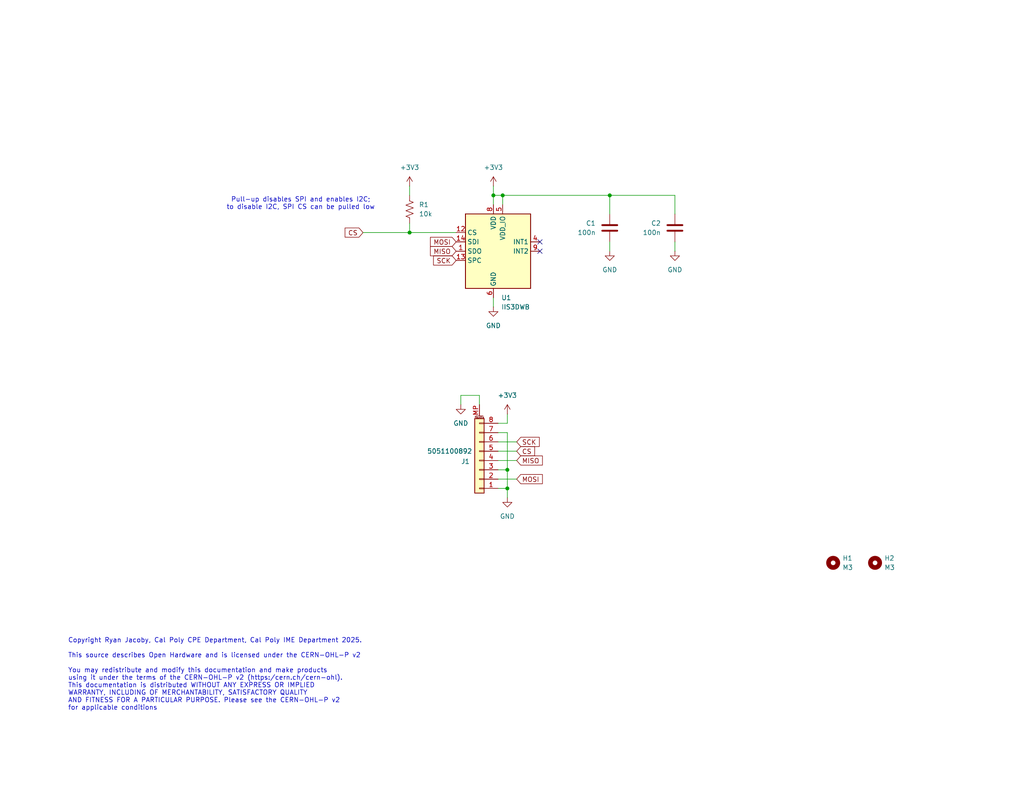
<source format=kicad_sch>
(kicad_sch (version 20250114) (generator "eeschema") (generator_version "9.0")
  (paper "USLetter")
  (title_block (title "IIS3DWB Vibration Sensor Breakout") (date "2025-03-06") (rev "Beta") (company "Haas Hooligans") (comment 1 "Ryan Jacoby"))
  (lib_symbols
    (symbol "Connector_Generic_MountingPin:Conn_01x08_MountingPin" (pin_names (offset 1.016) (hide yes))
      (property "Reference" "J" (at 0 10.16 0))
      (property "Value" "Conn_01x08_MountingPin" (at 1.27 -12.7 0))
      (symbol "Conn_01x08_MountingPin_1_1"
        (rectangle (start -1.27 8.89) (end 1.27 -11.43) (stroke (width 0.254)) (fill (type background)))
        (rectangle (start -1.27 7.747) (end 0 7.493) (stroke (width 0.1524)))
        (rectangle (start -1.27 5.207) (end 0 4.953) (stroke (width 0.1524)))
        (rectangle (start -1.27 2.667) (end 0 2.413) (stroke (width 0.1524)))
        (rectangle (start -1.27 0.127) (end 0 -0.127) (stroke (width 0.1524)))
        (rectangle (start -1.27 -2.413) (end 0 -2.667) (stroke (width 0.1524)))
        (rectangle (start -1.27 -4.953) (end 0 -5.207) (stroke (width 0.1524)))
        (rectangle (start -1.27 -7.493) (end 0 -7.747) (stroke (width 0.1524)))
        (rectangle (start -1.27 -10.033) (end 0 -10.287) (stroke (width 0.1524)))
        (polyline (pts (xy -1.016 -12.192) (xy 1.016 -12.192)) (stroke (width 0.1524)))
        (text "Mounting" (at 0 -11.811 0) (effects (font (size 0.381 0.381))))
        (pin passive line (at -5.08 7.62 0) (length 3.81) (name "Pin_1") (number "1"))
        (pin passive line (at -5.08 5.08 0) (length 3.81) (name "Pin_2") (number "2"))
        (pin passive line (at -5.08 2.54 0) (length 3.81) (name "Pin_3") (number "3"))
        (pin passive line (at -5.08 0 0) (length 3.81) (name "Pin_4") (number "4"))
        (pin passive line (at -5.08 -2.54 0) (length 3.81) (name "Pin_5") (number "5"))
        (pin passive line (at -5.08 -5.08 0) (length 3.81) (name "Pin_6") (number "6"))
        (pin passive line (at -5.08 -7.62 0) (length 3.81) (name "Pin_7") (number "7"))
        (pin passive line (at -5.08 -10.16 0) (length 3.81) (name "Pin_8") (number "8"))
        (pin passive line (at 0 -15.24 90) (length 3.048) (name "MountPin") (number "MP"))
      )
    )
    (symbol "Device:C" (pin_numbers (hide yes)) (pin_names (offset 0.254))
      (property "Reference" "C" (at 0.635 2.54 0))
      (property "Value" "C" (at 0.635 -2.54 0))
      (symbol "C_0_1"
        (polyline (pts (xy -2.032 0.762) (xy 2.032 0.762)) (stroke (width 0.508)))
        (polyline (pts (xy -2.032 -0.762) (xy 2.032 -0.762)) (stroke (width 0.508)))
      )
      (symbol "C_1_1"
        (pin passive line (at 0 3.81 270) (length 2.794) (name "~") (number "1"))
        (pin passive line (at 0 -3.81 90) (length 2.794) (name "~") (number "2"))
      )
    )
    (symbol "Device:R_US" (pin_numbers (hide yes)) (pin_names (offset 0))
      (property "Reference" "R" (at 2.54 0 90))
      (property "Value" "R_US" (at -2.54 0 90))
      (symbol "R_US_0_1"
        (polyline (pts (xy 0 2.286) (xy 0 2.54)))
        (polyline (pts (xy 0 2.286) (xy 1.016 1.905) (xy 0 1.524) (xy -1.016 1.143) (xy 0 0.762)))
        (polyline (pts (xy 0 0.762) (xy 1.016 0.381) (xy 0 0) (xy -1.016 -0.381) (xy 0 -0.762)))
        (polyline (pts (xy 0 -0.762) (xy 1.016 -1.143) (xy 0 -1.524) (xy -1.016 -1.905) (xy 0 -2.286)))
        (polyline (pts (xy 0 -2.286) (xy 0 -2.54)))
      )
      (symbol "R_US_1_1"
        (pin passive line (at 0 3.81 270) (length 1.27) (name "~") (number "1"))
        (pin passive line (at 0 -3.81 90) (length 1.27) (name "~") (number "2"))
      )
    )
    (symbol "Mechanical:MountingHole" (pin_names (offset 1.016)) (exclude_from_sim yes) (in_bom no)
      (property "Reference" "H" (at 0 5.08 0))
      (property "Value" "MountingHole" (at 0 3.175 0))
      (symbol "MountingHole_0_1"
        (circle (center 0 0) (radius 1.27) (stroke (width 1.27)))
      )
    )
    (symbol "Sensor_Motion:IIS3DWB"
      (property "Reference" "U" (at 10.16 -12.7 0))
      (property "Value" "IIS3DWB" (at 10.16 -15.24 0))
      (symbol "IIS3DWB_0_1"
        (rectangle (start -7.62 10.16) (end 10.16 -10.16) (stroke (width 0.254)) (fill (type background)))
      )
      (symbol "IIS3DWB_1_1"
        (pin input line (at -10.16 5.08 0) (length 2.54) (name "CS") (number "12"))
        (pin input line (at -10.16 2.54 0) (length 2.54) (name "SDI") (number "14"))
        (pin output line (at -10.16 0 0) (length 2.54) (name "SDO") (number "1"))
        (pin input line (at -10.16 -2.54 0) (length 2.54) (name "SPC") (number "13"))
        (pin power_in line (at 0 12.7 270) (length 2.54) (name "VDD") (number "8"))
        (pin passive line (at 0 -12.7 90) (length 2.54) (hide yes) (name "GND") (number "2"))
        (pin passive line (at 0 -12.7 90) (length 2.54) (hide yes) (name "GND") (number "3"))
        (pin power_in line (at 0 -12.7 90) (length 2.54) (name "GND") (number "6"))
        (pin passive line (at 0 -12.7 90) (length 2.54) (hide yes) (name "GND") (number "7"))
        (pin power_in line (at 2.54 12.7 270) (length 2.54) (name "VDD_IO") (number "5"))
        (pin no_connect line (at 10.16 -5.08 180) (length 2.54) (hide yes) (name "RES") (number "10"))
        (pin no_connect line (at 10.16 -7.62 180) (length 2.54) (hide yes) (name "RES") (number "11"))
        (pin output line (at 12.7 2.54 180) (length 2.54) (name "INT1") (number "4"))
        (pin output line (at 12.7 0 180) (length 2.54) (name "INT2") (number "9"))
      )
    )
    (symbol "power:+3V3" (power) (pin_numbers (hide yes)) (pin_names (offset 0) (hide yes))
      (property "Value" "+3V3" (at 0 3.556 0))
      (symbol "+3V3_0_1"
        (polyline (pts (xy -0.762 1.27) (xy 0 2.54)))
        (polyline (pts (xy 0 2.54) (xy 0.762 1.27)))
        (polyline (pts (xy 0 0) (xy 0 2.54)))
      )
      (symbol "+3V3_1_1"
        (pin power_in line (at 0 0 90) (length 0) (name "~") (number "1"))
      )
    )
    (symbol "power:GND" (power) (pin_numbers (hide yes)) (pin_names (offset 0) (hide yes))
      (property "Value" "GND" (at 0 -3.81 0))
      (symbol "GND_0_1"
        (polyline (pts (xy 0 0) (xy 0 -1.27) (xy 1.27 -1.27) (xy 0 -2.54) (xy -1.27 -1.27) (xy 0 -1.27)))
      )
      (symbol "GND_1_1"
        (pin power_in line (at 0 0 270) (length 0) (name "~") (number "1"))
      )
    )
  )
  (text "Copyright Ryan Jacoby, Cal Poly CPE Department, Cal Poly IME Department 2025.\n\nThis source describes Open Hardware and is licensed under the CERN-OHL-P v2\n\nYou may redistribute and modify this documentation and make products\nusing it under the terms of the CERN-OHL-P v2 (https:/cern.ch/cern-ohl).\nThis documentation is distributed WITHOUT ANY EXPRESS OR IMPLIED\nWARRANTY, INCLUDING OF MERCHANTABILITY, SATISFACTORY QUALITY\nAND FITNESS FOR A PARTICULAR PURPOSE. Please see the CERN-OHL-P v2\nfor applicable conditions" (at 18.542 184.15 0) (effects (font (size 1.27 1.27)) (justify left)))
  (text "Pull-up disables SPI and enables I2C;\nto disable I2C, SPI CS can be pulled low" (at 82.042 55.626 0) (effects (font (size 1.27 1.27))))
  (junction (at 134.62 53.34))
  (junction (at 138.43 133.35))
  (junction (at 111.76 63.5))
  (junction (at 138.43 128.27))
  (junction (at 137.16 53.34))
  (junction (at 166.37 53.34))
  (no_connect (at 147.32 66.04))
  (no_connect (at 147.32 68.58))
  (wire (pts (xy 130.81 107.95) (xy 130.81 110.49)))
  (wire (pts (xy 140.97 120.65) (xy 135.89 120.65)))
  (wire (pts (xy 135.89 118.11) (xy 138.43 118.11)))
  (wire (pts (xy 134.62 81.28) (xy 134.62 83.82)))
  (wire (pts (xy 111.76 60.96) (xy 111.76 63.5)))
  (wire (pts (xy 134.62 55.88) (xy 134.62 53.34)))
  (wire (pts (xy 135.89 128.27) (xy 138.43 128.27)))
  (wire (pts (xy 184.15 66.04) (xy 184.15 68.58)))
  (wire (pts (xy 135.89 115.57) (xy 138.43 115.57)))
  (wire (pts (xy 137.16 53.34) (xy 137.16 55.88)))
  (wire (pts (xy 135.89 133.35) (xy 138.43 133.35)))
  (wire (pts (xy 134.62 53.34) (xy 137.16 53.34)))
  (wire (pts (xy 134.62 50.8) (xy 134.62 53.34)))
  (wire (pts (xy 138.43 118.11) (xy 138.43 128.27)))
  (wire (pts (xy 111.76 50.8) (xy 111.76 53.34)))
  (wire (pts (xy 138.43 128.27) (xy 138.43 133.35)))
  (wire (pts (xy 99.06 63.5) (xy 111.76 63.5)))
  (wire (pts (xy 184.15 53.34) (xy 184.15 58.42)))
  (wire (pts (xy 137.16 53.34) (xy 166.37 53.34)))
  (wire (pts (xy 138.43 113.03) (xy 138.43 115.57)))
  (wire (pts (xy 140.97 125.73) (xy 135.89 125.73)))
  (wire (pts (xy 111.76 63.5) (xy 124.46 63.5)))
  (wire (pts (xy 140.97 130.81) (xy 135.89 130.81)))
  (wire (pts (xy 166.37 53.34) (xy 184.15 53.34)))
  (wire (pts (xy 166.37 53.34) (xy 166.37 58.42)))
  (wire (pts (xy 166.37 66.04) (xy 166.37 68.58)))
  (wire (pts (xy 138.43 135.89) (xy 138.43 133.35)))
  (wire (pts (xy 125.73 110.49) (xy 125.73 107.95)))
  (wire (pts (xy 125.73 107.95) (xy 130.81 107.95)))
  (wire (pts (xy 135.89 123.19) (xy 140.97 123.19)))
  (global_label "MOSI" (shape input) (at 124.46 66.04 180) (property "Intersheetrefs" "${INTERSHEET_REFS}" (effects (hide yes))))
  (global_label "CS" (shape input) (at 99.06 63.5 180) (property "Intersheetrefs" "${INTERSHEET_REFS}" (effects (hide yes))))
  (global_label "MOSI" (shape input) (at 140.97 130.81 0) (property "Intersheetrefs" "${INTERSHEET_REFS}" (effects (hide yes))))
  (global_label "MISO" (shape input) (at 140.97 125.73 0) (property "Intersheetrefs" "${INTERSHEET_REFS}" (effects (hide yes))))
  (global_label "SCK" (shape input) (at 124.46 71.12 180) (property "Intersheetrefs" "${INTERSHEET_REFS}" (effects (hide yes))))
  (global_label "MISO" (shape input) (at 124.46 68.58 180) (property "Intersheetrefs" "${INTERSHEET_REFS}" (effects (hide yes))))
  (global_label "CS" (shape input) (at 140.97 123.19 0) (property "Intersheetrefs" "${INTERSHEET_REFS}" (effects (hide yes))))
  (global_label "SCK" (shape input) (at 140.97 120.65 0) (property "Intersheetrefs" "${INTERSHEET_REFS}" (effects (hide yes))))
  (symbol (lib_id "power:+3V3") (at 138.43 113.03 0) (unit 1)
    (property "Reference" "#PWR084" (effects (hide yes)))
    (property "Value" "+3V3" (at 138.43 107.95 0))
    (property "Description" "Power symbol creates a global label with name \"+3V3\"" (effects (hide yes)))
  )
  (symbol (lib_id "Device:C") (at 166.37 62.23 0) (mirror y) (unit 1)
    (property "Reference" "C1" (at 162.56 60.9599 0) (effects (justify left)))
    (property "Value" "100n" (at 162.56 63.4999 0) (effects (justify left)))
    (property "Footprint" "Capacitor_SMD:C_0603_1608Metric" (effects (hide yes)))
    (property "Description" "Unpolarized capacitor" (effects (hide yes)))
    (property "DPN" "311-1341-1-ND" (effects (hide yes)))
  )
  (symbol (lib_id "power:+3V3") (at 134.62 50.8 0) (unit 1)
    (property "Reference" "#PWR04" (effects (hide yes)))
    (property "Value" "+3V3" (at 134.62 45.72 0))
    (property "Description" "Power symbol creates a global label with name \"+3V3\"" (effects (hide yes)))
  )
  (symbol (lib_id "Connector_Generic_MountingPin:Conn_01x08_MountingPin") (at 130.81 125.73 180) (unit 1)
    (property "Reference" "J1" (at 127 125.984 0))
    (property "Value" "5051100892" (at 122.682 123.19 0))
    (property "Footprint" "footprints:CON_5051100892_MOL" (effects (hide yes)))
    (property "Datasheet" "https://mm.digikey.com/Volume0/opasdata/d220001/medias/docus/1187/FFC-FPC_Connectors.pdf" (effects (hide yes)))
    (property "Description" "Generic connectable mounting pin connector, single row, 01x08, script generated (kicad-library-utils/schlib/autogen/connector/)" (effects (hide yes)))
    (property "DPN" "WM12364CT-ND" (effects (hide yes)))
  )
  (symbol (lib_id "Sensor_Motion:IIS3DWB") (at 134.62 68.58 0) (unit 1)
    (property "Reference" "U1" (at 136.7633 81.28 0) (effects (justify left)))
    (property "Value" "IIS3DWB" (at 136.7633 83.82 0) (effects (justify left)))
    (property "Footprint" "Package_LGA:LGA-14_3x2.5mm_P0.5mm_LayoutBorder3x4y" (effects (hide yes)))
    (property "Datasheet" "https://www.st.com/resource/en/datasheet/iis3dwb.pdf" (effects (hide yes)))
    (property "Description" "Ultra-wide bandwidth, low-noise, 3-axis digital vibration sensor" (effects (hide yes)))
    (property "Manufacturer" "ST" (effects (hide yes)))
    (property "MPN" "IIS3DWBTR" (effects (hide yes)))
  )
  (symbol (lib_id "Device:R_US") (at 111.76 57.15 0) (unit 1)
    (property "Reference" "R1" (at 114.3 55.8799 0) (effects (justify left)))
    (property "Value" "10k" (at 114.3 58.4199 0) (effects (justify left)))
    (property "Footprint" "Resistor_SMD:R_0603_1608Metric" (effects (hide yes)))
    (property "Description" "Resistor, US symbol" (effects (hide yes)))
    (property "DPN" "RMCF0603JT10K0CT-ND" (effects (hide yes)))
  )
  (symbol (lib_id "power:GND") (at 166.37 68.58 0) (unit 1)
    (property "Reference" "#PWR03" (effects (hide yes)))
    (property "Value" "GND" (at 166.37 73.66 0))
    (property "Description" "Power symbol creates a global label with name \"GND\" , ground" (effects (hide yes)))
  )
  (symbol (lib_id "Mechanical:MountingHole") (at 227.33 153.67 0) (unit 1) (exclude_from_sim yes) (in_bom no)
    (property "Reference" "H1" (at 229.87 152.3999 0) (effects (justify left)))
    (property "Value" "M3" (at 229.87 154.9399 0) (effects (justify left)))
    (property "Footprint" "MountingHole:MountingHole_3.2mm_M3" (effects (hide yes)))
    (property "Description" "Mounting Hole without connection" (effects (hide yes)))
  )
  (symbol (lib_id "Device:C") (at 184.15 62.23 0) (mirror y) (unit 1)
    (property "Reference" "C2" (at 180.34 60.9599 0) (effects (justify left)))
    (property "Value" "100n" (at 180.34 63.4999 0) (effects (justify left)))
    (property "Footprint" "Capacitor_SMD:C_0603_1608Metric" (effects (hide yes)))
    (property "Description" "Unpolarized capacitor" (effects (hide yes)))
    (property "DPN" "311-1341-1-ND" (effects (hide yes)))
  )
  (symbol (lib_id "power:GND") (at 184.15 68.58 0) (unit 1)
    (property "Reference" "#PWR02" (effects (hide yes)))
    (property "Value" "GND" (at 184.15 73.66 0))
    (property "Description" "Power symbol creates a global label with name \"GND\" , ground" (effects (hide yes)))
  )
  (symbol (lib_id "power:GND") (at 125.73 110.49 0) (mirror y) (unit 1)
    (property "Reference" "#PWR085" (effects (hide yes)))
    (property "Value" "GND" (at 125.73 115.57 0))
    (property "Description" "Power symbol creates a global label with name \"GND\" , ground" (effects (hide yes)))
  )
  (symbol (lib_id "power:GND") (at 134.62 83.82 0) (unit 1)
    (property "Reference" "#PWR01" (effects (hide yes)))
    (property "Value" "GND" (at 134.62 88.9 0))
    (property "Description" "Power symbol creates a global label with name \"GND\" , ground" (effects (hide yes)))
  )
  (symbol (lib_id "Mechanical:MountingHole") (at 238.76 153.67 0) (unit 1) (exclude_from_sim yes) (in_bom no)
    (property "Reference" "H2" (at 241.3 152.3999 0) (effects (justify left)))
    (property "Value" "M3" (at 241.3 154.9399 0) (effects (justify left)))
    (property "Footprint" "MountingHole:MountingHole_3.2mm_M3" (effects (hide yes)))
    (property "Description" "Mounting Hole without connection" (effects (hide yes)))
  )
  (symbol (lib_id "power:+3V3") (at 111.76 50.8 0) (unit 1)
    (property "Reference" "#PWR05" (effects (hide yes)))
    (property "Value" "+3V3" (at 111.76 45.72 0))
    (property "Description" "Power symbol creates a global label with name \"+3V3\"" (effects (hide yes)))
  )
  (symbol (lib_id "power:GND") (at 138.43 135.89 0) (unit 1)
    (property "Reference" "#PWR083" (effects (hide yes)))
    (property "Value" "GND" (at 138.43 140.97 0))
    (property "Description" "Power symbol creates a global label with name \"GND\" , ground" (effects (hide yes)))
  )
)
</source>
